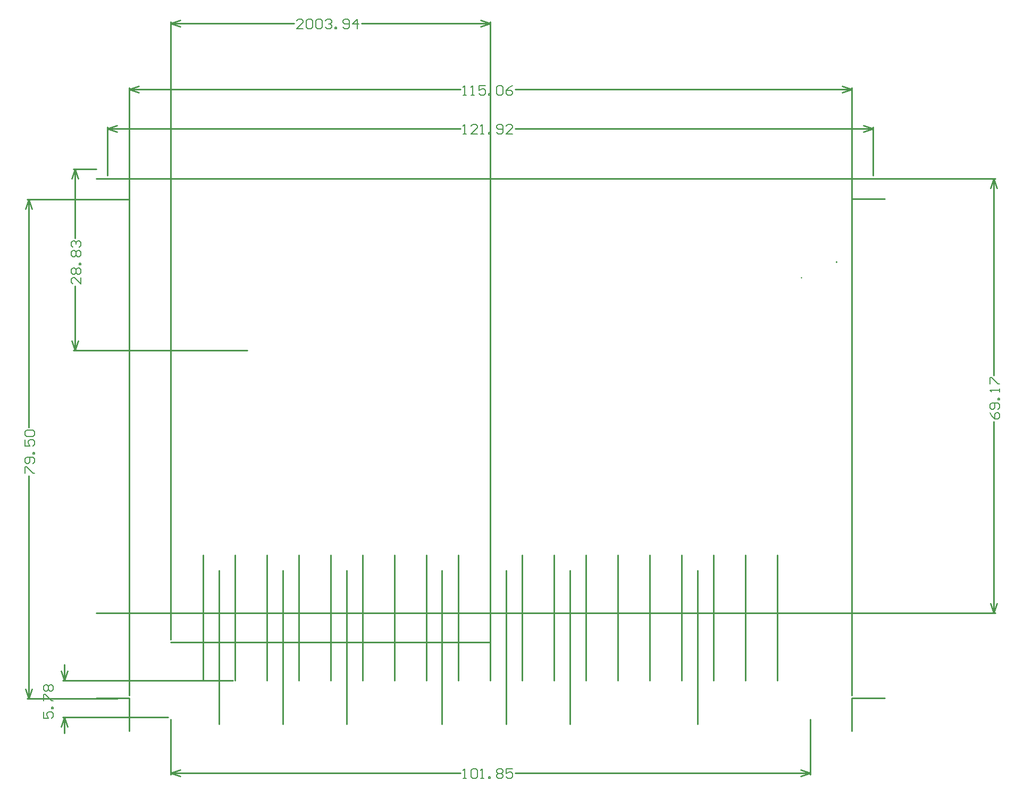
<source format=gm1>
G04*
G04 #@! TF.GenerationSoftware,Altium Limited,Altium Designer,20.0.2 (26)*
G04*
G04 Layer_Color=16711935*
%FSLAX25Y25*%
%MOIN*%
G70*
G01*
G75*
%ADD11C,0.01000*%
%ADD72C,0.00600*%
D11*
X584000Y418315D02*
Y418500D01*
X562000Y408472D02*
Y408500D01*
X497000Y128500D02*
Y225000D01*
X377000Y128500D02*
Y225000D01*
X417000Y128500D02*
Y225000D01*
X336500Y128500D02*
Y225000D01*
X277000Y128500D02*
Y225000D01*
X237000Y128500D02*
Y225000D01*
X197000Y128500D02*
Y225000D01*
X507000Y155760D02*
Y234500D01*
X547000Y155760D02*
Y234500D01*
X527000Y155760D02*
Y234500D01*
X347000Y155760D02*
Y234500D01*
X367000Y155760D02*
Y234500D01*
X407000Y155760D02*
Y234500D01*
X387000Y155760D02*
Y234500D01*
X467000Y155760D02*
Y234500D01*
X487000Y155760D02*
Y234500D01*
X447000Y155760D02*
Y234500D01*
X427000Y155760D02*
Y234500D01*
X267000Y155760D02*
Y234500D01*
X287000Y155760D02*
Y234500D01*
X327000Y155760D02*
Y234500D01*
X307000Y155760D02*
Y234500D01*
X227000Y155760D02*
Y234500D01*
X247000Y155760D02*
Y234500D01*
X207000Y155760D02*
Y234500D01*
X187000Y155760D02*
Y234500D01*
X166500Y180000D02*
X366894D01*
X119831Y457500D02*
X140500D01*
Y478169D01*
X593500Y458000D02*
X614169D01*
X593500D02*
Y478669D01*
Y145000D02*
X614169D01*
X593500Y124331D02*
Y145000D01*
X140500Y124331D02*
Y145000D01*
X119831D02*
X140500D01*
X100000Y133000D02*
X102000Y127000D01*
X98000D02*
X100000Y133000D01*
X98000Y161760D02*
X100000Y155760D01*
X102000Y161760D01*
X100000Y123000D02*
Y133000D01*
Y155760D02*
Y165760D01*
X99000Y155760D02*
X205500D01*
X99000Y133000D02*
X165000D01*
X75500Y150500D02*
X77500Y144500D01*
X79500Y150500D01*
X77500Y457500D02*
X79500Y451500D01*
X75500D02*
X77500Y457500D01*
Y144500D02*
Y284304D01*
Y314496D02*
Y457500D01*
X76500Y144500D02*
X133194D01*
X76500Y457500D02*
X133194D01*
X127000Y502000D02*
X133000Y504000D01*
X127000Y502000D02*
X133000Y500000D01*
X601000D02*
X607000Y502000D01*
X601000Y504000D02*
X607000Y502000D01*
X127000D02*
X348305D01*
X382495D02*
X607000D01*
X127000Y472500D02*
Y503000D01*
X607000Y472500D02*
Y503000D01*
X106500Y476500D02*
X108500Y470500D01*
X104500D02*
X106500Y476500D01*
X104500Y369000D02*
X106500Y363000D01*
X108500Y369000D01*
X106500Y433246D02*
Y476500D01*
Y363000D02*
Y403054D01*
X105500Y476500D02*
X120000D01*
X105500Y363000D02*
X214500D01*
X166500Y568000D02*
X172500Y570000D01*
X166500Y568000D02*
X172500Y566000D01*
X360894D02*
X366894Y568000D01*
X360894Y570000D02*
X366894Y568000D01*
X166500D02*
X244003D01*
X286191D02*
X366894D01*
X166500Y181500D02*
Y569000D01*
X366894Y181500D02*
Y569000D01*
X587500Y524500D02*
X593500Y526500D01*
X587500Y528500D02*
X593500Y526500D01*
X140500D02*
X146500Y528500D01*
X140500Y526500D02*
X146500Y524500D01*
X382495Y526500D02*
X593500D01*
X140500D02*
X348305D01*
X593500Y146500D02*
Y527500D01*
X140500Y146500D02*
Y527500D01*
X561500Y96000D02*
X567500Y98000D01*
X561500Y100000D02*
X567500Y98000D01*
X166500D02*
X172500Y100000D01*
X166500Y98000D02*
X172500Y96000D01*
X382495Y98000D02*
X567500D01*
X166500D02*
X348305D01*
X567500Y97000D02*
Y131500D01*
X166500Y97000D02*
Y131500D01*
X680500Y204177D02*
X682500Y198177D01*
X684500Y204177D01*
X682500Y470500D02*
X684500Y464500D01*
X680500D02*
X682500Y470500D01*
Y198177D02*
Y318143D01*
Y347334D02*
Y470500D01*
X120000Y198177D02*
X683500D01*
X120000Y470500D02*
X683500D01*
D72*
X86804Y136282D02*
Y132283D01*
X89803D01*
X88803Y134283D01*
Y135282D01*
X89803Y136282D01*
X91802D01*
X92802Y135282D01*
Y133283D01*
X91802Y132283D01*
X92802Y138281D02*
X91802D01*
Y139281D01*
X92802D01*
Y138281D01*
X86804Y143280D02*
Y147278D01*
X87804D01*
X91802Y143280D01*
X92802D01*
X87804Y149278D02*
X86804Y150277D01*
Y152277D01*
X87804Y153277D01*
X88803D01*
X89803Y152277D01*
X90803Y153277D01*
X91802D01*
X92802Y152277D01*
Y150277D01*
X91802Y149278D01*
X90803D01*
X89803Y150277D01*
X88803Y149278D01*
X87804D01*
X89803Y150277D02*
Y152277D01*
X75101Y285904D02*
Y289903D01*
X76101D01*
X80099Y285904D01*
X81099D01*
X80099Y291902D02*
X81099Y292902D01*
Y294901D01*
X80099Y295901D01*
X76101D01*
X75101Y294901D01*
Y292902D01*
X76101Y291902D01*
X77100D01*
X78100Y292902D01*
Y295901D01*
X81099Y297901D02*
X80099D01*
Y298900D01*
X81099D01*
Y297901D01*
X75101Y306898D02*
Y302899D01*
X78100D01*
X77100Y304898D01*
Y305898D01*
X78100Y306898D01*
X80099D01*
X81099Y305898D01*
Y303899D01*
X80099Y302899D01*
X76101Y308897D02*
X75101Y309897D01*
Y311896D01*
X76101Y312896D01*
X80099D01*
X81099Y311896D01*
Y309897D01*
X80099Y308897D01*
X76101D01*
X349905Y498401D02*
X351904D01*
X350905D01*
Y504399D01*
X349905Y503399D01*
X358902Y498401D02*
X354903D01*
X358902Y502400D01*
Y503399D01*
X357902Y504399D01*
X355903D01*
X354903Y503399D01*
X360901Y498401D02*
X362901D01*
X361901D01*
Y504399D01*
X360901Y503399D01*
X365900Y498401D02*
Y499401D01*
X366899D01*
Y498401D01*
X365900D01*
X370898Y499401D02*
X371898Y498401D01*
X373897D01*
X374897Y499401D01*
Y503399D01*
X373897Y504399D01*
X371898D01*
X370898Y503399D01*
Y502400D01*
X371898Y501400D01*
X374897D01*
X380895Y498401D02*
X376896D01*
X380895Y502400D01*
Y503399D01*
X379895Y504399D01*
X377896D01*
X376896Y503399D01*
X110099Y408653D02*
Y404654D01*
X106100Y408653D01*
X105101D01*
X104101Y407653D01*
Y405654D01*
X105101Y404654D01*
Y410652D02*
X104101Y411652D01*
Y413652D01*
X105101Y414651D01*
X106100D01*
X107100Y413652D01*
X108100Y414651D01*
X109099D01*
X110099Y413652D01*
Y411652D01*
X109099Y410652D01*
X108100D01*
X107100Y411652D01*
X106100Y410652D01*
X105101D01*
X107100Y411652D02*
Y413652D01*
X110099Y416650D02*
X109099D01*
Y417650D01*
X110099D01*
Y416650D01*
X105101Y421649D02*
X104101Y422648D01*
Y424648D01*
X105101Y425648D01*
X106100D01*
X107100Y424648D01*
X108100Y425648D01*
X109099D01*
X110099Y424648D01*
Y422648D01*
X109099Y421649D01*
X108100D01*
X107100Y422648D01*
X106100Y421649D01*
X105101D01*
X107100Y422648D02*
Y424648D01*
X105101Y427647D02*
X104101Y428647D01*
Y430646D01*
X105101Y431646D01*
X106100D01*
X107100Y430646D01*
Y429646D01*
Y430646D01*
X108100Y431646D01*
X109099D01*
X110099Y430646D01*
Y428647D01*
X109099Y427647D01*
X249602Y564401D02*
X245603D01*
X249602Y568400D01*
Y569399D01*
X248602Y570399D01*
X246603D01*
X245603Y569399D01*
X251601D02*
X252601Y570399D01*
X254600D01*
X255600Y569399D01*
Y565401D01*
X254600Y564401D01*
X252601D01*
X251601Y565401D01*
Y569399D01*
X257599D02*
X258599Y570399D01*
X260598D01*
X261598Y569399D01*
Y565401D01*
X260598Y564401D01*
X258599D01*
X257599Y565401D01*
Y569399D01*
X263597D02*
X264597Y570399D01*
X266596D01*
X267596Y569399D01*
Y568400D01*
X266596Y567400D01*
X265597D01*
X266596D01*
X267596Y566400D01*
Y565401D01*
X266596Y564401D01*
X264597D01*
X263597Y565401D01*
X269595Y564401D02*
Y565401D01*
X270595D01*
Y564401D01*
X269595D01*
X274594Y565401D02*
X275593Y564401D01*
X277593D01*
X278592Y565401D01*
Y569399D01*
X277593Y570399D01*
X275593D01*
X274594Y569399D01*
Y568400D01*
X275593Y567400D01*
X278592D01*
X283591Y564401D02*
Y570399D01*
X280592Y567400D01*
X284591D01*
X349905Y522901D02*
X351904D01*
X350905D01*
Y528899D01*
X349905Y527899D01*
X354903Y522901D02*
X356903D01*
X355903D01*
Y528899D01*
X354903Y527899D01*
X363900Y528899D02*
X359902D01*
Y525900D01*
X361901Y526900D01*
X362901D01*
X363900Y525900D01*
Y523901D01*
X362901Y522901D01*
X360901D01*
X359902Y523901D01*
X365900Y522901D02*
Y523901D01*
X366899D01*
Y522901D01*
X365900D01*
X370898Y527899D02*
X371898Y528899D01*
X373897D01*
X374897Y527899D01*
Y523901D01*
X373897Y522901D01*
X371898D01*
X370898Y523901D01*
Y527899D01*
X380895Y528899D02*
X378896Y527899D01*
X376896Y525900D01*
Y523901D01*
X377896Y522901D01*
X379895D01*
X380895Y523901D01*
Y524900D01*
X379895Y525900D01*
X376896D01*
X349905Y94401D02*
X351904D01*
X350905D01*
Y100399D01*
X349905Y99399D01*
X354903D02*
X355903Y100399D01*
X357902D01*
X358902Y99399D01*
Y95401D01*
X357902Y94401D01*
X355903D01*
X354903Y95401D01*
Y99399D01*
X360901Y94401D02*
X362901D01*
X361901D01*
Y100399D01*
X360901Y99399D01*
X365900Y94401D02*
Y95401D01*
X366899D01*
Y94401D01*
X365900D01*
X370898Y99399D02*
X371898Y100399D01*
X373897D01*
X374897Y99399D01*
Y98400D01*
X373897Y97400D01*
X374897Y96400D01*
Y95401D01*
X373897Y94401D01*
X371898D01*
X370898Y95401D01*
Y96400D01*
X371898Y97400D01*
X370898Y98400D01*
Y99399D01*
X371898Y97400D02*
X373897D01*
X380895Y100399D02*
X376896D01*
Y97400D01*
X378896Y98400D01*
X379895D01*
X380895Y97400D01*
Y95401D01*
X379895Y94401D01*
X377896D01*
X376896Y95401D01*
X680101Y323742D02*
X681101Y321742D01*
X683100Y319743D01*
X685099D01*
X686099Y320743D01*
Y322742D01*
X685099Y323742D01*
X684100D01*
X683100Y322742D01*
Y319743D01*
X685099Y325741D02*
X686099Y326741D01*
Y328740D01*
X685099Y329740D01*
X681101D01*
X680101Y328740D01*
Y326741D01*
X681101Y325741D01*
X682100D01*
X683100Y326741D01*
Y329740D01*
X686099Y331739D02*
X685099D01*
Y332739D01*
X686099D01*
Y331739D01*
Y336737D02*
Y338737D01*
Y337737D01*
X680101D01*
X681101Y336737D01*
X680101Y341736D02*
Y345734D01*
X681101D01*
X685099Y341736D01*
X686099D01*
M02*

</source>
